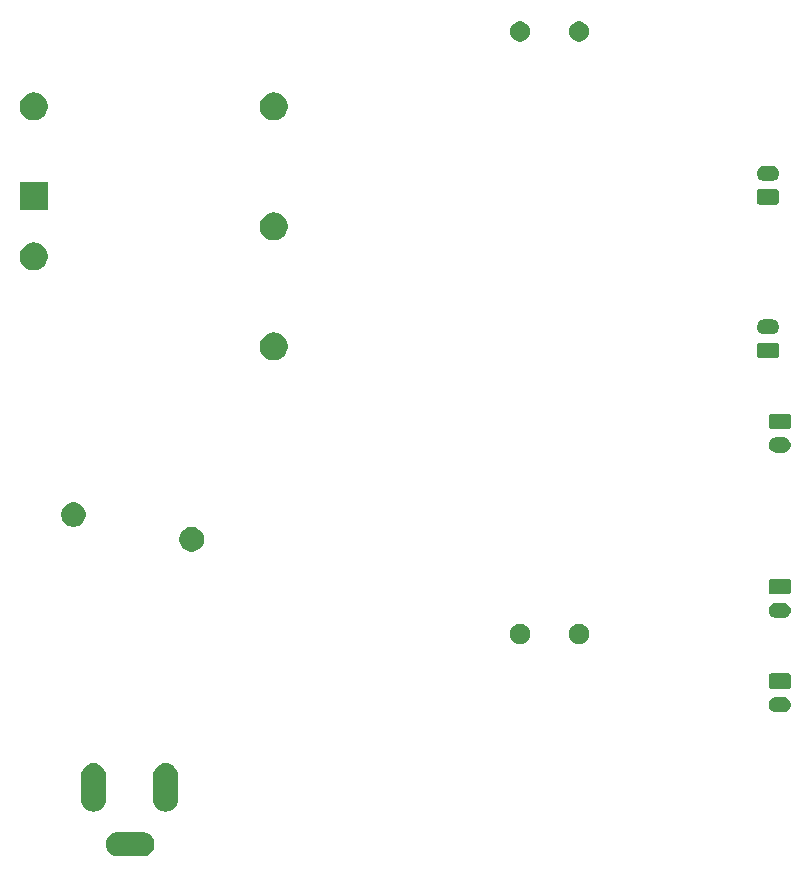
<source format=gbs>
G04 #@! TF.GenerationSoftware,KiCad,Pcbnew,(5.1.5-0)*
G04 #@! TF.CreationDate,2021-01-13T09:50:44-07:00*
G04 #@! TF.ProjectId,power_cui,706f7765-725f-4637-9569-2e6b69636164,rev?*
G04 #@! TF.SameCoordinates,Original*
G04 #@! TF.FileFunction,Soldermask,Bot*
G04 #@! TF.FilePolarity,Negative*
%FSLAX46Y46*%
G04 Gerber Fmt 4.6, Leading zero omitted, Abs format (unit mm)*
G04 Created by KiCad (PCBNEW (5.1.5-0)) date 2021-01-13 09:50:44*
%MOMM*%
%LPD*%
G04 APERTURE LIST*
%ADD10C,0.100000*%
G04 APERTURE END LIST*
D10*
G36*
X98103097Y-132754069D02*
G01*
X98206032Y-132764207D01*
X98404146Y-132824305D01*
X98404149Y-132824306D01*
X98500975Y-132876061D01*
X98586729Y-132921897D01*
X98746765Y-133053235D01*
X98878103Y-133213271D01*
X98923939Y-133299025D01*
X98975694Y-133395851D01*
X98975695Y-133395854D01*
X99035793Y-133593968D01*
X99056085Y-133800000D01*
X99035793Y-134006032D01*
X98975695Y-134204146D01*
X98975694Y-134204149D01*
X98923939Y-134300975D01*
X98878103Y-134386729D01*
X98746765Y-134546765D01*
X98586729Y-134678103D01*
X98500975Y-134723939D01*
X98404149Y-134775694D01*
X98404146Y-134775695D01*
X98206032Y-134835793D01*
X98103097Y-134845931D01*
X98051631Y-134851000D01*
X95948369Y-134851000D01*
X95896903Y-134845931D01*
X95793968Y-134835793D01*
X95595854Y-134775695D01*
X95595851Y-134775694D01*
X95499025Y-134723939D01*
X95413271Y-134678103D01*
X95253235Y-134546765D01*
X95121897Y-134386729D01*
X95076061Y-134300975D01*
X95024306Y-134204149D01*
X95024305Y-134204146D01*
X94964207Y-134006032D01*
X94943915Y-133800000D01*
X94964207Y-133593968D01*
X95024305Y-133395854D01*
X95024306Y-133395851D01*
X95076061Y-133299025D01*
X95121897Y-133213271D01*
X95253235Y-133053235D01*
X95413271Y-132921897D01*
X95499025Y-132876061D01*
X95595851Y-132824306D01*
X95595854Y-132824305D01*
X95793968Y-132764207D01*
X95896903Y-132754069D01*
X95948369Y-132749000D01*
X98051631Y-132749000D01*
X98103097Y-132754069D01*
G37*
G36*
X94106032Y-126964207D02*
G01*
X94304146Y-127024305D01*
X94304149Y-127024306D01*
X94400975Y-127076061D01*
X94486729Y-127121897D01*
X94646765Y-127253235D01*
X94778103Y-127413271D01*
X94823939Y-127499025D01*
X94875694Y-127595851D01*
X94875695Y-127595854D01*
X94935793Y-127793968D01*
X94951000Y-127948370D01*
X94951000Y-130051630D01*
X94935793Y-130206032D01*
X94875695Y-130404145D01*
X94875694Y-130404149D01*
X94823939Y-130500975D01*
X94778103Y-130586729D01*
X94646765Y-130746765D01*
X94486729Y-130878103D01*
X94370030Y-130940479D01*
X94304148Y-130975694D01*
X94304145Y-130975695D01*
X94106031Y-131035793D01*
X93900000Y-131056085D01*
X93693968Y-131035793D01*
X93495854Y-130975695D01*
X93495851Y-130975694D01*
X93399025Y-130923939D01*
X93313271Y-130878103D01*
X93153235Y-130746765D01*
X93021897Y-130586729D01*
X92924307Y-130404149D01*
X92924306Y-130404148D01*
X92924305Y-130404145D01*
X92864207Y-130206031D01*
X92849000Y-130051629D01*
X92849001Y-127948370D01*
X92864208Y-127793968D01*
X92924306Y-127595854D01*
X92924307Y-127595851D01*
X92976062Y-127499025D01*
X93021898Y-127413271D01*
X93153236Y-127253235D01*
X93313272Y-127121897D01*
X93399026Y-127076061D01*
X93495852Y-127024306D01*
X93495855Y-127024305D01*
X93693969Y-126964207D01*
X93900000Y-126943915D01*
X94106032Y-126964207D01*
G37*
G36*
X100206032Y-126964207D02*
G01*
X100404146Y-127024305D01*
X100404149Y-127024306D01*
X100500975Y-127076061D01*
X100586729Y-127121897D01*
X100746765Y-127253235D01*
X100878103Y-127413271D01*
X100923939Y-127499025D01*
X100975694Y-127595851D01*
X100975695Y-127595854D01*
X101035793Y-127793968D01*
X101051000Y-127948370D01*
X101051000Y-130051630D01*
X101035793Y-130206032D01*
X100975695Y-130404145D01*
X100975694Y-130404149D01*
X100923939Y-130500975D01*
X100878103Y-130586729D01*
X100746765Y-130746765D01*
X100586729Y-130878103D01*
X100470030Y-130940479D01*
X100404148Y-130975694D01*
X100404145Y-130975695D01*
X100206031Y-131035793D01*
X100000000Y-131056085D01*
X99793968Y-131035793D01*
X99595854Y-130975695D01*
X99595851Y-130975694D01*
X99499025Y-130923939D01*
X99413271Y-130878103D01*
X99253235Y-130746765D01*
X99121897Y-130586729D01*
X99024307Y-130404149D01*
X99024306Y-130404148D01*
X99024305Y-130404145D01*
X98964207Y-130206031D01*
X98949000Y-130051629D01*
X98949001Y-127948370D01*
X98964208Y-127793968D01*
X99024306Y-127595854D01*
X99024307Y-127595851D01*
X99076062Y-127499025D01*
X99121898Y-127413271D01*
X99253236Y-127253235D01*
X99413272Y-127121897D01*
X99499026Y-127076061D01*
X99595852Y-127024306D01*
X99595855Y-127024305D01*
X99793969Y-126964207D01*
X100000000Y-126943915D01*
X100206032Y-126964207D01*
G37*
G36*
X152338855Y-121352140D02*
G01*
X152402618Y-121358420D01*
X152493404Y-121385960D01*
X152525336Y-121395646D01*
X152638425Y-121456094D01*
X152737554Y-121537446D01*
X152818906Y-121636575D01*
X152879354Y-121749664D01*
X152879355Y-121749668D01*
X152916580Y-121872382D01*
X152929149Y-122000000D01*
X152916580Y-122127618D01*
X152889040Y-122218404D01*
X152879354Y-122250336D01*
X152818906Y-122363425D01*
X152737554Y-122462554D01*
X152638425Y-122543906D01*
X152525336Y-122604354D01*
X152493404Y-122614040D01*
X152402618Y-122641580D01*
X152338855Y-122647860D01*
X152306974Y-122651000D01*
X151693026Y-122651000D01*
X151661145Y-122647860D01*
X151597382Y-122641580D01*
X151506596Y-122614040D01*
X151474664Y-122604354D01*
X151361575Y-122543906D01*
X151262446Y-122462554D01*
X151181094Y-122363425D01*
X151120646Y-122250336D01*
X151110960Y-122218404D01*
X151083420Y-122127618D01*
X151070851Y-122000000D01*
X151083420Y-121872382D01*
X151120645Y-121749668D01*
X151120646Y-121749664D01*
X151181094Y-121636575D01*
X151262446Y-121537446D01*
X151361575Y-121456094D01*
X151474664Y-121395646D01*
X151506596Y-121385960D01*
X151597382Y-121358420D01*
X151661145Y-121352140D01*
X151693026Y-121349000D01*
X152306974Y-121349000D01*
X152338855Y-121352140D01*
G37*
G36*
X152766242Y-119353404D02*
G01*
X152803337Y-119364657D01*
X152837515Y-119382925D01*
X152867481Y-119407519D01*
X152892075Y-119437485D01*
X152910343Y-119471663D01*
X152921596Y-119508758D01*
X152926000Y-119553474D01*
X152926000Y-120446526D01*
X152921596Y-120491242D01*
X152910343Y-120528337D01*
X152892075Y-120562515D01*
X152867481Y-120592481D01*
X152837515Y-120617075D01*
X152803337Y-120635343D01*
X152766242Y-120646596D01*
X152721526Y-120651000D01*
X151278474Y-120651000D01*
X151233758Y-120646596D01*
X151196663Y-120635343D01*
X151162485Y-120617075D01*
X151132519Y-120592481D01*
X151107925Y-120562515D01*
X151089657Y-120528337D01*
X151078404Y-120491242D01*
X151074000Y-120446526D01*
X151074000Y-119553474D01*
X151078404Y-119508758D01*
X151089657Y-119471663D01*
X151107925Y-119437485D01*
X151132519Y-119407519D01*
X151162485Y-119382925D01*
X151196663Y-119364657D01*
X151233758Y-119353404D01*
X151278474Y-119349000D01*
X152721526Y-119349000D01*
X152766242Y-119353404D01*
G37*
G36*
X135248228Y-115181703D02*
G01*
X135403100Y-115245853D01*
X135542481Y-115338985D01*
X135661015Y-115457519D01*
X135754147Y-115596900D01*
X135818297Y-115751772D01*
X135851000Y-115916184D01*
X135851000Y-116083816D01*
X135818297Y-116248228D01*
X135754147Y-116403100D01*
X135661015Y-116542481D01*
X135542481Y-116661015D01*
X135403100Y-116754147D01*
X135248228Y-116818297D01*
X135083816Y-116851000D01*
X134916184Y-116851000D01*
X134751772Y-116818297D01*
X134596900Y-116754147D01*
X134457519Y-116661015D01*
X134338985Y-116542481D01*
X134245853Y-116403100D01*
X134181703Y-116248228D01*
X134149000Y-116083816D01*
X134149000Y-115916184D01*
X134181703Y-115751772D01*
X134245853Y-115596900D01*
X134338985Y-115457519D01*
X134457519Y-115338985D01*
X134596900Y-115245853D01*
X134751772Y-115181703D01*
X134916184Y-115149000D01*
X135083816Y-115149000D01*
X135248228Y-115181703D01*
G37*
G36*
X130248228Y-115181703D02*
G01*
X130403100Y-115245853D01*
X130542481Y-115338985D01*
X130661015Y-115457519D01*
X130754147Y-115596900D01*
X130818297Y-115751772D01*
X130851000Y-115916184D01*
X130851000Y-116083816D01*
X130818297Y-116248228D01*
X130754147Y-116403100D01*
X130661015Y-116542481D01*
X130542481Y-116661015D01*
X130403100Y-116754147D01*
X130248228Y-116818297D01*
X130083816Y-116851000D01*
X129916184Y-116851000D01*
X129751772Y-116818297D01*
X129596900Y-116754147D01*
X129457519Y-116661015D01*
X129338985Y-116542481D01*
X129245853Y-116403100D01*
X129181703Y-116248228D01*
X129149000Y-116083816D01*
X129149000Y-115916184D01*
X129181703Y-115751772D01*
X129245853Y-115596900D01*
X129338985Y-115457519D01*
X129457519Y-115338985D01*
X129596900Y-115245853D01*
X129751772Y-115181703D01*
X129916184Y-115149000D01*
X130083816Y-115149000D01*
X130248228Y-115181703D01*
G37*
G36*
X152338855Y-113352140D02*
G01*
X152402618Y-113358420D01*
X152493404Y-113385960D01*
X152525336Y-113395646D01*
X152638425Y-113456094D01*
X152737554Y-113537446D01*
X152818906Y-113636575D01*
X152879354Y-113749664D01*
X152879355Y-113749668D01*
X152916580Y-113872382D01*
X152929149Y-114000000D01*
X152916580Y-114127618D01*
X152889040Y-114218404D01*
X152879354Y-114250336D01*
X152818906Y-114363425D01*
X152737554Y-114462554D01*
X152638425Y-114543906D01*
X152525336Y-114604354D01*
X152493404Y-114614040D01*
X152402618Y-114641580D01*
X152338855Y-114647860D01*
X152306974Y-114651000D01*
X151693026Y-114651000D01*
X151661145Y-114647860D01*
X151597382Y-114641580D01*
X151506596Y-114614040D01*
X151474664Y-114604354D01*
X151361575Y-114543906D01*
X151262446Y-114462554D01*
X151181094Y-114363425D01*
X151120646Y-114250336D01*
X151110960Y-114218404D01*
X151083420Y-114127618D01*
X151070851Y-114000000D01*
X151083420Y-113872382D01*
X151120645Y-113749668D01*
X151120646Y-113749664D01*
X151181094Y-113636575D01*
X151262446Y-113537446D01*
X151361575Y-113456094D01*
X151474664Y-113395646D01*
X151506596Y-113385960D01*
X151597382Y-113358420D01*
X151661145Y-113352140D01*
X151693026Y-113349000D01*
X152306974Y-113349000D01*
X152338855Y-113352140D01*
G37*
G36*
X152766242Y-111353404D02*
G01*
X152803337Y-111364657D01*
X152837515Y-111382925D01*
X152867481Y-111407519D01*
X152892075Y-111437485D01*
X152910343Y-111471663D01*
X152921596Y-111508758D01*
X152926000Y-111553474D01*
X152926000Y-112446526D01*
X152921596Y-112491242D01*
X152910343Y-112528337D01*
X152892075Y-112562515D01*
X152867481Y-112592481D01*
X152837515Y-112617075D01*
X152803337Y-112635343D01*
X152766242Y-112646596D01*
X152721526Y-112651000D01*
X151278474Y-112651000D01*
X151233758Y-112646596D01*
X151196663Y-112635343D01*
X151162485Y-112617075D01*
X151132519Y-112592481D01*
X151107925Y-112562515D01*
X151089657Y-112528337D01*
X151078404Y-112491242D01*
X151074000Y-112446526D01*
X151074000Y-111553474D01*
X151078404Y-111508758D01*
X151089657Y-111471663D01*
X151107925Y-111437485D01*
X151132519Y-111407519D01*
X151162485Y-111382925D01*
X151196663Y-111364657D01*
X151233758Y-111353404D01*
X151278474Y-111349000D01*
X152721526Y-111349000D01*
X152766242Y-111353404D01*
G37*
G36*
X102506564Y-106989389D02*
G01*
X102697833Y-107068615D01*
X102697835Y-107068616D01*
X102869973Y-107183635D01*
X103016365Y-107330027D01*
X103131385Y-107502167D01*
X103210611Y-107693436D01*
X103251000Y-107896484D01*
X103251000Y-108103516D01*
X103210611Y-108306564D01*
X103131385Y-108497833D01*
X103131384Y-108497835D01*
X103016365Y-108669973D01*
X102869973Y-108816365D01*
X102697835Y-108931384D01*
X102697834Y-108931385D01*
X102697833Y-108931385D01*
X102506564Y-109010611D01*
X102303516Y-109051000D01*
X102096484Y-109051000D01*
X101893436Y-109010611D01*
X101702167Y-108931385D01*
X101702166Y-108931385D01*
X101702165Y-108931384D01*
X101530027Y-108816365D01*
X101383635Y-108669973D01*
X101268616Y-108497835D01*
X101268615Y-108497833D01*
X101189389Y-108306564D01*
X101149000Y-108103516D01*
X101149000Y-107896484D01*
X101189389Y-107693436D01*
X101268615Y-107502167D01*
X101383635Y-107330027D01*
X101530027Y-107183635D01*
X101702165Y-107068616D01*
X101702167Y-107068615D01*
X101893436Y-106989389D01*
X102096484Y-106949000D01*
X102303516Y-106949000D01*
X102506564Y-106989389D01*
G37*
G36*
X92506564Y-104889389D02*
G01*
X92697833Y-104968615D01*
X92697835Y-104968616D01*
X92869973Y-105083635D01*
X93016365Y-105230027D01*
X93131385Y-105402167D01*
X93210611Y-105593436D01*
X93251000Y-105796484D01*
X93251000Y-106003516D01*
X93210611Y-106206564D01*
X93131385Y-106397833D01*
X93131384Y-106397835D01*
X93016365Y-106569973D01*
X92869973Y-106716365D01*
X92697835Y-106831384D01*
X92697834Y-106831385D01*
X92697833Y-106831385D01*
X92506564Y-106910611D01*
X92303516Y-106951000D01*
X92096484Y-106951000D01*
X91893436Y-106910611D01*
X91702167Y-106831385D01*
X91702166Y-106831385D01*
X91702165Y-106831384D01*
X91530027Y-106716365D01*
X91383635Y-106569973D01*
X91268616Y-106397835D01*
X91268615Y-106397833D01*
X91189389Y-106206564D01*
X91149000Y-106003516D01*
X91149000Y-105796484D01*
X91189389Y-105593436D01*
X91268615Y-105402167D01*
X91383635Y-105230027D01*
X91530027Y-105083635D01*
X91702165Y-104968616D01*
X91702167Y-104968615D01*
X91893436Y-104889389D01*
X92096484Y-104849000D01*
X92303516Y-104849000D01*
X92506564Y-104889389D01*
G37*
G36*
X152338855Y-99352140D02*
G01*
X152402618Y-99358420D01*
X152493404Y-99385960D01*
X152525336Y-99395646D01*
X152638425Y-99456094D01*
X152737554Y-99537446D01*
X152818906Y-99636575D01*
X152879354Y-99749664D01*
X152879355Y-99749668D01*
X152916580Y-99872382D01*
X152929149Y-100000000D01*
X152916580Y-100127618D01*
X152889040Y-100218404D01*
X152879354Y-100250336D01*
X152818906Y-100363425D01*
X152737554Y-100462554D01*
X152638425Y-100543906D01*
X152525336Y-100604354D01*
X152493404Y-100614040D01*
X152402618Y-100641580D01*
X152338855Y-100647860D01*
X152306974Y-100651000D01*
X151693026Y-100651000D01*
X151661145Y-100647860D01*
X151597382Y-100641580D01*
X151506596Y-100614040D01*
X151474664Y-100604354D01*
X151361575Y-100543906D01*
X151262446Y-100462554D01*
X151181094Y-100363425D01*
X151120646Y-100250336D01*
X151110960Y-100218404D01*
X151083420Y-100127618D01*
X151070851Y-100000000D01*
X151083420Y-99872382D01*
X151120645Y-99749668D01*
X151120646Y-99749664D01*
X151181094Y-99636575D01*
X151262446Y-99537446D01*
X151361575Y-99456094D01*
X151474664Y-99395646D01*
X151506596Y-99385960D01*
X151597382Y-99358420D01*
X151661145Y-99352140D01*
X151693026Y-99349000D01*
X152306974Y-99349000D01*
X152338855Y-99352140D01*
G37*
G36*
X152766242Y-97353404D02*
G01*
X152803337Y-97364657D01*
X152837515Y-97382925D01*
X152867481Y-97407519D01*
X152892075Y-97437485D01*
X152910343Y-97471663D01*
X152921596Y-97508758D01*
X152926000Y-97553474D01*
X152926000Y-98446526D01*
X152921596Y-98491242D01*
X152910343Y-98528337D01*
X152892075Y-98562515D01*
X152867481Y-98592481D01*
X152837515Y-98617075D01*
X152803337Y-98635343D01*
X152766242Y-98646596D01*
X152721526Y-98651000D01*
X151278474Y-98651000D01*
X151233758Y-98646596D01*
X151196663Y-98635343D01*
X151162485Y-98617075D01*
X151132519Y-98592481D01*
X151107925Y-98562515D01*
X151089657Y-98528337D01*
X151078404Y-98491242D01*
X151074000Y-98446526D01*
X151074000Y-97553474D01*
X151078404Y-97508758D01*
X151089657Y-97471663D01*
X151107925Y-97437485D01*
X151132519Y-97407519D01*
X151162485Y-97382925D01*
X151196663Y-97364657D01*
X151233758Y-97353404D01*
X151278474Y-97349000D01*
X152721526Y-97349000D01*
X152766242Y-97353404D01*
G37*
G36*
X109351560Y-90499064D02*
G01*
X109503027Y-90529193D01*
X109717045Y-90617842D01*
X109717046Y-90617843D01*
X109909654Y-90746539D01*
X110073461Y-90910346D01*
X110159258Y-91038751D01*
X110202158Y-91102955D01*
X110290807Y-91316973D01*
X110336000Y-91544174D01*
X110336000Y-91775826D01*
X110290807Y-92003027D01*
X110202158Y-92217045D01*
X110202157Y-92217046D01*
X110073461Y-92409654D01*
X109909654Y-92573461D01*
X109800199Y-92646596D01*
X109717045Y-92702158D01*
X109503027Y-92790807D01*
X109351560Y-92820936D01*
X109275827Y-92836000D01*
X109044173Y-92836000D01*
X108968440Y-92820936D01*
X108816973Y-92790807D01*
X108602955Y-92702158D01*
X108519801Y-92646596D01*
X108410346Y-92573461D01*
X108246539Y-92409654D01*
X108117843Y-92217046D01*
X108117842Y-92217045D01*
X108029193Y-92003027D01*
X107984000Y-91775826D01*
X107984000Y-91544174D01*
X108029193Y-91316973D01*
X108117842Y-91102955D01*
X108160742Y-91038751D01*
X108246539Y-90910346D01*
X108410346Y-90746539D01*
X108602954Y-90617843D01*
X108602955Y-90617842D01*
X108816973Y-90529193D01*
X108968440Y-90499064D01*
X109044173Y-90484000D01*
X109275827Y-90484000D01*
X109351560Y-90499064D01*
G37*
G36*
X151766242Y-91353404D02*
G01*
X151803337Y-91364657D01*
X151837515Y-91382925D01*
X151867481Y-91407519D01*
X151892075Y-91437485D01*
X151910343Y-91471663D01*
X151921596Y-91508758D01*
X151926000Y-91553474D01*
X151926000Y-92446526D01*
X151921596Y-92491242D01*
X151910343Y-92528337D01*
X151892075Y-92562515D01*
X151867481Y-92592481D01*
X151837515Y-92617075D01*
X151803337Y-92635343D01*
X151766242Y-92646596D01*
X151721526Y-92651000D01*
X150278474Y-92651000D01*
X150233758Y-92646596D01*
X150196663Y-92635343D01*
X150162485Y-92617075D01*
X150132519Y-92592481D01*
X150107925Y-92562515D01*
X150089657Y-92528337D01*
X150078404Y-92491242D01*
X150074000Y-92446526D01*
X150074000Y-91553474D01*
X150078404Y-91508758D01*
X150089657Y-91471663D01*
X150107925Y-91437485D01*
X150132519Y-91407519D01*
X150162485Y-91382925D01*
X150196663Y-91364657D01*
X150233758Y-91353404D01*
X150278474Y-91349000D01*
X151721526Y-91349000D01*
X151766242Y-91353404D01*
G37*
G36*
X151338855Y-89352140D02*
G01*
X151402618Y-89358420D01*
X151493404Y-89385960D01*
X151525336Y-89395646D01*
X151638425Y-89456094D01*
X151737554Y-89537446D01*
X151818906Y-89636575D01*
X151879354Y-89749664D01*
X151879355Y-89749668D01*
X151916580Y-89872382D01*
X151929149Y-90000000D01*
X151916580Y-90127618D01*
X151889040Y-90218404D01*
X151879354Y-90250336D01*
X151818906Y-90363425D01*
X151737554Y-90462554D01*
X151638425Y-90543906D01*
X151525336Y-90604354D01*
X151493404Y-90614040D01*
X151402618Y-90641580D01*
X151338855Y-90647860D01*
X151306974Y-90651000D01*
X150693026Y-90651000D01*
X150661145Y-90647860D01*
X150597382Y-90641580D01*
X150506596Y-90614040D01*
X150474664Y-90604354D01*
X150361575Y-90543906D01*
X150262446Y-90462554D01*
X150181094Y-90363425D01*
X150120646Y-90250336D01*
X150110960Y-90218404D01*
X150083420Y-90127618D01*
X150070851Y-90000000D01*
X150083420Y-89872382D01*
X150120645Y-89749668D01*
X150120646Y-89749664D01*
X150181094Y-89636575D01*
X150262446Y-89537446D01*
X150361575Y-89456094D01*
X150474664Y-89395646D01*
X150506596Y-89385960D01*
X150597382Y-89358420D01*
X150661145Y-89352140D01*
X150693026Y-89349000D01*
X151306974Y-89349000D01*
X151338855Y-89352140D01*
G37*
G36*
X89031560Y-82879064D02*
G01*
X89183027Y-82909193D01*
X89397045Y-82997842D01*
X89397046Y-82997843D01*
X89589654Y-83126539D01*
X89753461Y-83290346D01*
X89839258Y-83418751D01*
X89882158Y-83482955D01*
X89970807Y-83696973D01*
X90016000Y-83924174D01*
X90016000Y-84155826D01*
X89970807Y-84383027D01*
X89882158Y-84597045D01*
X89882157Y-84597046D01*
X89753461Y-84789654D01*
X89589654Y-84953461D01*
X89461249Y-85039258D01*
X89397045Y-85082158D01*
X89183027Y-85170807D01*
X89031560Y-85200936D01*
X88955827Y-85216000D01*
X88724173Y-85216000D01*
X88648440Y-85200936D01*
X88496973Y-85170807D01*
X88282955Y-85082158D01*
X88218751Y-85039258D01*
X88090346Y-84953461D01*
X87926539Y-84789654D01*
X87797843Y-84597046D01*
X87797842Y-84597045D01*
X87709193Y-84383027D01*
X87664000Y-84155826D01*
X87664000Y-83924174D01*
X87709193Y-83696973D01*
X87797842Y-83482955D01*
X87840742Y-83418751D01*
X87926539Y-83290346D01*
X88090346Y-83126539D01*
X88282954Y-82997843D01*
X88282955Y-82997842D01*
X88496973Y-82909193D01*
X88648440Y-82879064D01*
X88724173Y-82864000D01*
X88955827Y-82864000D01*
X89031560Y-82879064D01*
G37*
G36*
X109351560Y-80339064D02*
G01*
X109503027Y-80369193D01*
X109717045Y-80457842D01*
X109717046Y-80457843D01*
X109909654Y-80586539D01*
X110073461Y-80750346D01*
X110159258Y-80878751D01*
X110202158Y-80942955D01*
X110290807Y-81156973D01*
X110336000Y-81384174D01*
X110336000Y-81615826D01*
X110290807Y-81843027D01*
X110202158Y-82057045D01*
X110202157Y-82057046D01*
X110073461Y-82249654D01*
X109909654Y-82413461D01*
X109781249Y-82499258D01*
X109717045Y-82542158D01*
X109503027Y-82630807D01*
X109351560Y-82660936D01*
X109275827Y-82676000D01*
X109044173Y-82676000D01*
X108968440Y-82660936D01*
X108816973Y-82630807D01*
X108602955Y-82542158D01*
X108538751Y-82499258D01*
X108410346Y-82413461D01*
X108246539Y-82249654D01*
X108117843Y-82057046D01*
X108117842Y-82057045D01*
X108029193Y-81843027D01*
X107984000Y-81615826D01*
X107984000Y-81384174D01*
X108029193Y-81156973D01*
X108117842Y-80942955D01*
X108160742Y-80878751D01*
X108246539Y-80750346D01*
X108410346Y-80586539D01*
X108602954Y-80457843D01*
X108602955Y-80457842D01*
X108816973Y-80369193D01*
X108968440Y-80339064D01*
X109044173Y-80324000D01*
X109275827Y-80324000D01*
X109351560Y-80339064D01*
G37*
G36*
X90016000Y-80136000D02*
G01*
X87664000Y-80136000D01*
X87664000Y-77784000D01*
X90016000Y-77784000D01*
X90016000Y-80136000D01*
G37*
G36*
X151766242Y-78353404D02*
G01*
X151803337Y-78364657D01*
X151837515Y-78382925D01*
X151867481Y-78407519D01*
X151892075Y-78437485D01*
X151910343Y-78471663D01*
X151921596Y-78508758D01*
X151926000Y-78553474D01*
X151926000Y-79446526D01*
X151921596Y-79491242D01*
X151910343Y-79528337D01*
X151892075Y-79562515D01*
X151867481Y-79592481D01*
X151837515Y-79617075D01*
X151803337Y-79635343D01*
X151766242Y-79646596D01*
X151721526Y-79651000D01*
X150278474Y-79651000D01*
X150233758Y-79646596D01*
X150196663Y-79635343D01*
X150162485Y-79617075D01*
X150132519Y-79592481D01*
X150107925Y-79562515D01*
X150089657Y-79528337D01*
X150078404Y-79491242D01*
X150074000Y-79446526D01*
X150074000Y-78553474D01*
X150078404Y-78508758D01*
X150089657Y-78471663D01*
X150107925Y-78437485D01*
X150132519Y-78407519D01*
X150162485Y-78382925D01*
X150196663Y-78364657D01*
X150233758Y-78353404D01*
X150278474Y-78349000D01*
X151721526Y-78349000D01*
X151766242Y-78353404D01*
G37*
G36*
X151338855Y-76352140D02*
G01*
X151402618Y-76358420D01*
X151493404Y-76385960D01*
X151525336Y-76395646D01*
X151638425Y-76456094D01*
X151737554Y-76537446D01*
X151818906Y-76636575D01*
X151879354Y-76749664D01*
X151879355Y-76749668D01*
X151916580Y-76872382D01*
X151929149Y-77000000D01*
X151916580Y-77127618D01*
X151889040Y-77218404D01*
X151879354Y-77250336D01*
X151818906Y-77363425D01*
X151737554Y-77462554D01*
X151638425Y-77543906D01*
X151525336Y-77604354D01*
X151493404Y-77614040D01*
X151402618Y-77641580D01*
X151338855Y-77647860D01*
X151306974Y-77651000D01*
X150693026Y-77651000D01*
X150661145Y-77647860D01*
X150597382Y-77641580D01*
X150506596Y-77614040D01*
X150474664Y-77604354D01*
X150361575Y-77543906D01*
X150262446Y-77462554D01*
X150181094Y-77363425D01*
X150120646Y-77250336D01*
X150110960Y-77218404D01*
X150083420Y-77127618D01*
X150070851Y-77000000D01*
X150083420Y-76872382D01*
X150120645Y-76749668D01*
X150120646Y-76749664D01*
X150181094Y-76636575D01*
X150262446Y-76537446D01*
X150361575Y-76456094D01*
X150474664Y-76395646D01*
X150506596Y-76385960D01*
X150597382Y-76358420D01*
X150661145Y-76352140D01*
X150693026Y-76349000D01*
X151306974Y-76349000D01*
X151338855Y-76352140D01*
G37*
G36*
X89031560Y-70179064D02*
G01*
X89183027Y-70209193D01*
X89397045Y-70297842D01*
X89397046Y-70297843D01*
X89589654Y-70426539D01*
X89753461Y-70590346D01*
X89839258Y-70718751D01*
X89882158Y-70782955D01*
X89970807Y-70996973D01*
X90016000Y-71224174D01*
X90016000Y-71455826D01*
X89970807Y-71683027D01*
X89882158Y-71897045D01*
X89882157Y-71897046D01*
X89753461Y-72089654D01*
X89589654Y-72253461D01*
X89461249Y-72339258D01*
X89397045Y-72382158D01*
X89183027Y-72470807D01*
X89031560Y-72500936D01*
X88955827Y-72516000D01*
X88724173Y-72516000D01*
X88648440Y-72500936D01*
X88496973Y-72470807D01*
X88282955Y-72382158D01*
X88218751Y-72339258D01*
X88090346Y-72253461D01*
X87926539Y-72089654D01*
X87797843Y-71897046D01*
X87797842Y-71897045D01*
X87709193Y-71683027D01*
X87664000Y-71455826D01*
X87664000Y-71224174D01*
X87709193Y-70996973D01*
X87797842Y-70782955D01*
X87840742Y-70718751D01*
X87926539Y-70590346D01*
X88090346Y-70426539D01*
X88282954Y-70297843D01*
X88282955Y-70297842D01*
X88496973Y-70209193D01*
X88648440Y-70179064D01*
X88724173Y-70164000D01*
X88955827Y-70164000D01*
X89031560Y-70179064D01*
G37*
G36*
X109351560Y-70179064D02*
G01*
X109503027Y-70209193D01*
X109717045Y-70297842D01*
X109717046Y-70297843D01*
X109909654Y-70426539D01*
X110073461Y-70590346D01*
X110159258Y-70718751D01*
X110202158Y-70782955D01*
X110290807Y-70996973D01*
X110336000Y-71224174D01*
X110336000Y-71455826D01*
X110290807Y-71683027D01*
X110202158Y-71897045D01*
X110202157Y-71897046D01*
X110073461Y-72089654D01*
X109909654Y-72253461D01*
X109781249Y-72339258D01*
X109717045Y-72382158D01*
X109503027Y-72470807D01*
X109351560Y-72500936D01*
X109275827Y-72516000D01*
X109044173Y-72516000D01*
X108968440Y-72500936D01*
X108816973Y-72470807D01*
X108602955Y-72382158D01*
X108538751Y-72339258D01*
X108410346Y-72253461D01*
X108246539Y-72089654D01*
X108117843Y-71897046D01*
X108117842Y-71897045D01*
X108029193Y-71683027D01*
X107984000Y-71455826D01*
X107984000Y-71224174D01*
X108029193Y-70996973D01*
X108117842Y-70782955D01*
X108160742Y-70718751D01*
X108246539Y-70590346D01*
X108410346Y-70426539D01*
X108602954Y-70297843D01*
X108602955Y-70297842D01*
X108816973Y-70209193D01*
X108968440Y-70179064D01*
X109044173Y-70164000D01*
X109275827Y-70164000D01*
X109351560Y-70179064D01*
G37*
G36*
X130248228Y-64181703D02*
G01*
X130403100Y-64245853D01*
X130542481Y-64338985D01*
X130661015Y-64457519D01*
X130754147Y-64596900D01*
X130818297Y-64751772D01*
X130851000Y-64916184D01*
X130851000Y-65083816D01*
X130818297Y-65248228D01*
X130754147Y-65403100D01*
X130661015Y-65542481D01*
X130542481Y-65661015D01*
X130403100Y-65754147D01*
X130248228Y-65818297D01*
X130083816Y-65851000D01*
X129916184Y-65851000D01*
X129751772Y-65818297D01*
X129596900Y-65754147D01*
X129457519Y-65661015D01*
X129338985Y-65542481D01*
X129245853Y-65403100D01*
X129181703Y-65248228D01*
X129149000Y-65083816D01*
X129149000Y-64916184D01*
X129181703Y-64751772D01*
X129245853Y-64596900D01*
X129338985Y-64457519D01*
X129457519Y-64338985D01*
X129596900Y-64245853D01*
X129751772Y-64181703D01*
X129916184Y-64149000D01*
X130083816Y-64149000D01*
X130248228Y-64181703D01*
G37*
G36*
X135248228Y-64181703D02*
G01*
X135403100Y-64245853D01*
X135542481Y-64338985D01*
X135661015Y-64457519D01*
X135754147Y-64596900D01*
X135818297Y-64751772D01*
X135851000Y-64916184D01*
X135851000Y-65083816D01*
X135818297Y-65248228D01*
X135754147Y-65403100D01*
X135661015Y-65542481D01*
X135542481Y-65661015D01*
X135403100Y-65754147D01*
X135248228Y-65818297D01*
X135083816Y-65851000D01*
X134916184Y-65851000D01*
X134751772Y-65818297D01*
X134596900Y-65754147D01*
X134457519Y-65661015D01*
X134338985Y-65542481D01*
X134245853Y-65403100D01*
X134181703Y-65248228D01*
X134149000Y-65083816D01*
X134149000Y-64916184D01*
X134181703Y-64751772D01*
X134245853Y-64596900D01*
X134338985Y-64457519D01*
X134457519Y-64338985D01*
X134596900Y-64245853D01*
X134751772Y-64181703D01*
X134916184Y-64149000D01*
X135083816Y-64149000D01*
X135248228Y-64181703D01*
G37*
M02*

</source>
